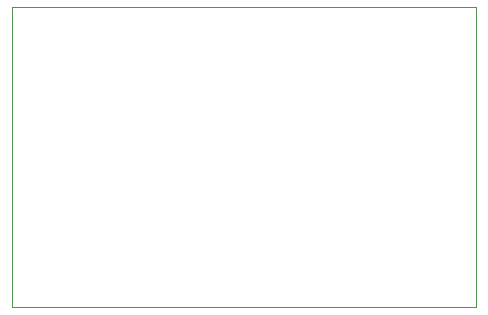
<source format=gbr>
G75*
G70*
%OFA0B0*%
%FSLAX24Y24*%
%IPPOS*%
%LPD*%
%AMOC8*
5,1,8,0,0,1.08239X$1,22.5*
%
%ADD10C,0.0000*%
D10*
X000181Y000105D02*
X000181Y010105D01*
X015674Y010105D01*
X015674Y000105D01*
X000181Y000105D01*
M02*

</source>
